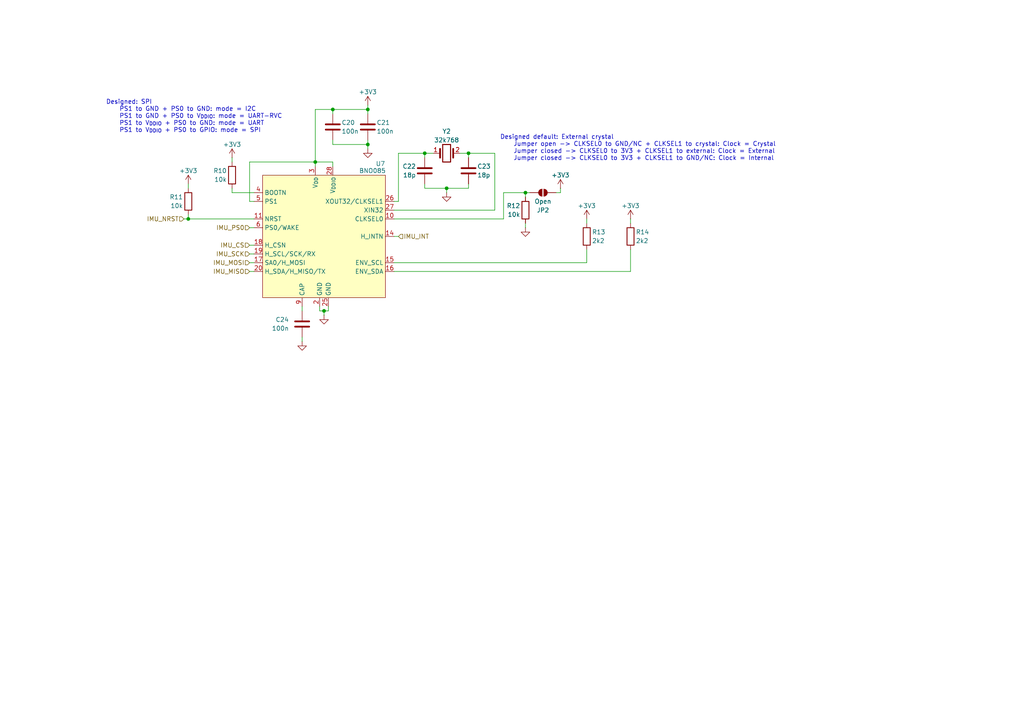
<source format=kicad_sch>
(kicad_sch (version 20231120) (generator "eeschema") (generator_version "8.0")
  (paper "A4")
  (title_block (title "Robotic Hand PCB") (rev "0.1.0") (company "Daniel Jeon"))
  (lib_symbols
    (symbol "Device:C" (pin_numbers hide) (pin_names (offset 0.254))
      (property "Reference" "C" (at 0.635 2.54 0))
      (property "Value" "C" (at 0.635 -2.54 0))
      (symbol "C_0_1"
        (polyline (pts (xy -2.032 -0.762) (xy 2.032 -0.762)) (stroke (width 0.508)))
        (polyline (pts (xy -2.032 0.762) (xy 2.032 0.762)) (stroke (width 0.508)))
      )
      (symbol "C_1_1"
        (pin passive line (at 0 3.81 270) (length 2.794) (name "~") (number "1"))
        (pin passive line (at 0 -3.81 90) (length 2.794) (name "~") (number "2"))
      )
    )
    (symbol "Device:R" (pin_numbers hide) (pin_names (offset 0))
      (property "Reference" "R" (at 2.032 0 90))
      (property "Value" "R" (at 0 0 90))
      (symbol "R_0_1"
        (rectangle (start -1.016 -2.54) (end 1.016 2.54) (stroke (width 0.254)))
      )
      (symbol "R_1_1"
        (pin passive line (at 0 3.81 270) (length 1.27) (name "~") (number "1"))
        (pin passive line (at 0 -3.81 90) (length 1.27) (name "~") (number "2"))
      )
    )
    (symbol "Jumper:SolderJumper_2_Open" (pin_numbers hide) (pin_names (offset 0) hide) (exclude_from_sim yes) (in_bom no)
      (property "Reference" "JP" (at 0 2.032 0))
      (property "Value" "SolderJumper_2_Open" (at 0 -2.54 0))
      (symbol "SolderJumper_2_Open_0_1"
        (arc (start -0.254 1.016) (mid -1.2656 0) (end -0.254 -1.016))
        (arc (start -0.254 1.016) (mid -1.2656 0) (end -0.254 -1.016) (fill (type outline)))
        (polyline (pts (xy -0.254 1.016) (xy -0.254 -1.016)))
        (polyline (pts (xy 0.254 1.016) (xy 0.254 -1.016)))
        (arc (start 0.254 -1.016) (mid 1.2656 0) (end 0.254 1.016))
        (arc (start 0.254 -1.016) (mid 1.2656 0) (end 0.254 1.016) (fill (type outline)))
      )
      (symbol "SolderJumper_2_Open_1_1"
        (pin passive line (at -3.81 0 0) (length 2.54) (name "A") (number "1"))
        (pin passive line (at 3.81 0 180) (length 2.54) (name "B") (number "2"))
      )
    )
    (symbol "ceva:bno085" (exclude_from_sim yes)
      (property "Reference" "U" (at 16.51 19.05 0))
      (symbol "bno085_1_0"
        (pin input line (at 20.32 5.08 180) (length 2.54) (name "CLKSEL0") (number "10"))
        (pin input line (at -20.32 5.08 0) (length 2.54) (name "NRST") (number "11"))
        (pin no_connect line (at 7.62 -20.32 90) (length 2.54) hide (name "RESV_NC") (number "12"))
        (pin no_connect line (at 8.89 -20.32 90) (length 2.54) hide (name "RESV_NC") (number "13"))
        (pin output line (at 20.32 0 180) (length 2.54) (name "H_INTN") (number "14"))
        (pin bidirectional line (at 20.32 -7.62 180) (length 2.54) (name "ENV_SCL") (number "15"))
        (pin bidirectional line (at 20.32 -10.16 180) (length 2.54) (name "ENV_SDA") (number "16"))
        (pin input line (at -20.32 -7.62 0) (length 2.54) (name "SA0/H_MOSI") (number "17"))
        (pin input line (at -20.32 -2.54 0) (length 2.54) (name "H_CSN") (number "18"))
        (pin bidirectional line (at -20.32 -5.08 0) (length 2.54) (name "H_SCL/SCK/RX") (number "19"))
        (pin bidirectional line (at -20.32 -10.16 0) (length 2.54) (name "H_SDA/H_MISO/TX") (number "20"))
        (pin no_connect line (at 10.16 -20.32 90) (length 2.54) hide (name "RESV_NC") (number "21"))
        (pin no_connect line (at 11.43 -20.32 90) (length 2.54) hide (name "RESV_NC") (number "22"))
        (pin no_connect line (at 12.7 -20.32 90) (length 2.54) hide (name "RESV_NC") (number "23"))
        (pin no_connect line (at 13.97 -20.32 90) (length 2.54) hide (name "RESV_NC") (number "24"))
        (pin power_in line (at 1.27 -20.32 90) (length 2.54) (name "GND") (number "25"))
        (pin output line (at 20.32 10.16 180) (length 2.54) (name "XOUT32/CLKSEL1") (number "26"))
        (pin input line (at 20.32 7.62 180) (length 2.54) (name "XIN32") (number "27"))
        (pin power_in line (at 2.54 20.32 270) (length 2.54) (name "V_{DDIO}") (number "28"))
        (pin passive line (at -6.35 -20.32 90) (length 2.54) (name "CAP") (number "9"))
      )
      (symbol "bno085_1_1"
        (rectangle (start -17.78 17.78) (end 17.78 -17.78) (fill (type background)))
        (pin no_connect line (at 3.81 -20.32 90) (length 2.54) hide (name "RESV_NC") (number "1"))
        (pin power_in line (at -1.27 -20.32 90) (length 2.54) (name "GND") (number "2"))
        (pin power_in line (at -2.54 20.32 270) (length 2.54) (name "V_{DD}") (number "3"))
        (pin input line (at -20.32 12.7 0) (length 2.54) (name "BOOTN") (number "4"))
        (pin input line (at -20.32 10.16 0) (length 2.54) (name "PS1") (number "5"))
        (pin input line (at -20.32 2.54 0) (length 2.54) (name "PS0/WAKE") (number "6"))
        (pin no_connect line (at 5.08 -20.32 90) (length 2.54) hide (name "RESV_NC") (number "7"))
        (pin no_connect line (at 6.35 -20.32 90) (length 2.54) hide (name "RESV_NC") (number "8"))
      )
    )
    (symbol "common:ecs-_327-12_5-34r-c-tr_32k768hz"
      (property "Reference" "Y" (at 0 6.35 0))
      (property "Value" "32k768" (at 0 3.81 0))
      (symbol "ecs-_327-12_5-34r-c-tr_32k768hz_0_1"
        (rectangle (start -1.143 2.54) (end 1.143 -2.54) (stroke (width 0.3048)))
        (polyline (pts (xy -2.54 0) (xy -1.905 0)))
        (polyline (pts (xy -1.905 -1.27) (xy -1.905 1.27)) (stroke (width 0.508)))
        (polyline (pts (xy 1.905 -1.27) (xy 1.905 1.27)) (stroke (width 0.508)))
        (polyline (pts (xy 2.54 0) (xy 1.905 0)))
      )
      (symbol "ecs-_327-12_5-34r-c-tr_32k768hz_1_0"
        (pin passive line (at -3.81 0 0) (length 1.27) (name "") (number "1"))
        (pin passive line (at 3.81 0 180) (length 1.27) (name "") (number "2"))
      )
    )
    (symbol "power:+3V3" (power) (pin_numbers hide) (pin_names (offset 0) hide)
      (property "Value" "+3V3" (at 0 3.556 0))
      (symbol "+3V3_0_1"
        (polyline (pts (xy -0.762 1.27) (xy 0 2.54)))
        (polyline (pts (xy 0 0) (xy 0 2.54)))
        (polyline (pts (xy 0 2.54) (xy 0.762 1.27)))
      )
      (symbol "+3V3_1_1"
        (pin power_in line (at 0 0 90) (length 0) (name "~") (number "1"))
      )
    )
    (symbol "power:GND" (power) (pin_numbers hide) (pin_names (offset 0) hide)
      (property "Value" "GND" (at 0 -3.81 0))
      (symbol "GND_0_1"
        (polyline (pts (xy 0 0) (xy 0 -1.27) (xy 1.27 -1.27) (xy 0 -2.54) (xy -1.27 -1.27) (xy 0 -1.27)))
      )
      (symbol "GND_1_1"
        (pin power_in line (at 0 0 270) (length 0) (name "~") (number "1"))
      )
    )
  )
  (junction (at 96.52 31.75))
  (junction (at 129.54 54.61))
  (junction (at 123.19 44.45))
  (junction (at 91.44 46.99))
  (junction (at 54.61 63.5))
  (junction (at 106.68 41.91))
  (junction (at 93.98 90.17))
  (junction (at 135.89 44.45))
  (junction (at 106.68 31.75))
  (junction (at 152.4 55.88))
  (wire (pts (xy 170.18 72.39) (xy 170.18 76.2)))
  (wire (pts (xy 96.52 31.75) (xy 106.68 31.75)))
  (wire (pts (xy 115.57 68.58) (xy 114.3 68.58)))
  (wire (pts (xy 106.68 31.75) (xy 106.68 33.02)))
  (wire (pts (xy 152.4 66.04) (xy 152.4 64.77)))
  (wire (pts (xy 95.25 90.17) (xy 95.25 88.9)))
  (wire (pts (xy 135.89 44.45) (xy 133.35 44.45)))
  (wire (pts (xy 67.31 45.72) (xy 67.31 46.99)))
  (wire (pts (xy 91.44 48.26) (xy 91.44 46.99)))
  (wire (pts (xy 54.61 62.23) (xy 54.61 63.5)))
  (wire (pts (xy 143.51 60.96) (xy 143.51 44.45)))
  (wire (pts (xy 72.39 73.66) (xy 73.66 73.66)))
  (wire (pts (xy 106.68 30.48) (xy 106.68 31.75)))
  (wire (pts (xy 54.61 53.34) (xy 54.61 54.61)))
  (wire (pts (xy 146.05 55.88) (xy 146.05 63.5)))
  (wire (pts (xy 106.68 41.91) (xy 106.68 43.18)))
  (wire (pts (xy 123.19 53.34) (xy 123.19 54.61)))
  (wire (pts (xy 114.3 78.74) (xy 182.88 78.74)))
  (wire (pts (xy 143.51 44.45) (xy 135.89 44.45)))
  (wire (pts (xy 92.71 90.17) (xy 92.71 88.9)))
  (wire (pts (xy 123.19 44.45) (xy 123.19 45.72)))
  (wire (pts (xy 67.31 55.88) (xy 67.31 54.61)))
  (wire (pts (xy 73.66 58.42) (xy 72.39 58.42)))
  (wire (pts (xy 170.18 76.2) (xy 114.3 76.2)))
  (wire (pts (xy 73.66 55.88) (xy 67.31 55.88)))
  (wire (pts (xy 95.25 90.17) (xy 93.98 90.17)))
  (wire (pts (xy 135.89 53.34) (xy 135.89 54.61)))
  (wire (pts (xy 161.29 55.88) (xy 162.56 55.88)))
  (wire (pts (xy 135.89 44.45) (xy 135.89 45.72)))
  (wire (pts (xy 96.52 46.99) (xy 96.52 48.26)))
  (wire (pts (xy 129.54 54.61) (xy 129.54 55.88)))
  (wire (pts (xy 115.57 58.42) (xy 115.57 44.45)))
  (wire (pts (xy 92.71 90.17) (xy 93.98 90.17)))
  (wire (pts (xy 87.63 90.17) (xy 87.63 88.9)))
  (wire (pts (xy 115.57 44.45) (xy 123.19 44.45)))
  (wire (pts (xy 123.19 54.61) (xy 129.54 54.61)))
  (wire (pts (xy 72.39 46.99) (xy 91.44 46.99)))
  (wire (pts (xy 53.34 63.5) (xy 54.61 63.5)))
  (wire (pts (xy 146.05 63.5) (xy 114.3 63.5)))
  (wire (pts (xy 96.52 31.75) (xy 96.52 33.02)))
  (wire (pts (xy 146.05 55.88) (xy 152.4 55.88)))
  (wire (pts (xy 72.39 66.04) (xy 73.66 66.04)))
  (wire (pts (xy 72.39 76.2) (xy 73.66 76.2)))
  (wire (pts (xy 91.44 46.99) (xy 91.44 31.75)))
  (wire (pts (xy 72.39 78.74) (xy 73.66 78.74)))
  (wire (pts (xy 96.52 40.64) (xy 96.52 41.91)))
  (wire (pts (xy 72.39 58.42) (xy 72.39 46.99)))
  (wire (pts (xy 91.44 46.99) (xy 96.52 46.99)))
  (wire (pts (xy 123.19 44.45) (xy 125.73 44.45)))
  (wire (pts (xy 114.3 60.96) (xy 143.51 60.96)))
  (wire (pts (xy 182.88 63.5) (xy 182.88 64.77)))
  (wire (pts (xy 96.52 41.91) (xy 106.68 41.91)))
  (wire (pts (xy 162.56 55.88) (xy 162.56 54.61)))
  (wire (pts (xy 91.44 31.75) (xy 96.52 31.75)))
  (wire (pts (xy 129.54 54.61) (xy 135.89 54.61)))
  (wire (pts (xy 93.98 90.17) (xy 93.98 91.44)))
  (wire (pts (xy 170.18 63.5) (xy 170.18 64.77)))
  (wire (pts (xy 54.61 63.5) (xy 73.66 63.5)))
  (wire (pts (xy 106.68 40.64) (xy 106.68 41.91)))
  (wire (pts (xy 114.3 58.42) (xy 115.57 58.42)))
  (wire (pts (xy 152.4 57.15) (xy 152.4 55.88)))
  (wire (pts (xy 152.4 55.88) (xy 153.67 55.88)))
  (wire (pts (xy 72.39 71.12) (xy 73.66 71.12)))
  (wire (pts (xy 87.63 97.79) (xy 87.63 99.06)))
  (wire (pts (xy 182.88 72.39) (xy 182.88 78.74)))
  (text "Designed: SPI\n    PS1 to GND + PS0 to GND: mode = I2C\n    PS1 to GND + PS0 to V_{DDIO}: mode = UART-RVC\n    PS1 to V_{DDIO} + PS0 to GND: mode = UART\n    PS1 to V_{DDIO} + PS0 to GPIO: mode = SPI" (at 30.734 33.782 0) (effects (font (size 1.27 1.27) (thickness 0.1588)) (justify left)))
  (text "Designed default: External crystal\n    Jumper open -> CLKSEL0 to GND/NC + CLKSEL1 to crystal: Clock = Crystal\n    Jumper closed -> CLKSEL0 to 3V3 + CLKSEL1 to external: Clock = External\n    Jumper closed -> CLKSEL0 to 3V3 + CLKSEL1 to GND/NC: Clock = Internal" (at 145.034 42.926 0) (effects (font (size 1.27 1.27) (thickness 0.1588)) (justify left)))
  (hierarchical_label "IMU_MOSI" (shape input) (at 72.39 76.2 180))
  (hierarchical_label "IMU_CS" (shape input) (at 72.39 71.12 180))
  (hierarchical_label "IMU_INT" (shape input) (at 115.57 68.58 0))
  (hierarchical_label "IMU_MISO" (shape input) (at 72.39 78.74 180))
  (hierarchical_label "IMU_NRST" (shape input) (at 53.34 63.5 180))
  (hierarchical_label "IMU_PS0" (shape input) (at 72.39 66.04 180))
  (hierarchical_label "IMU_SCK" (shape input) (at 72.39 73.66 180))
  (symbol (lib_id "power:+3V3") (at 182.88 63.5 0) (unit 1)
    (property "Reference" "#PWR049" (effects (hide yes)))
    (property "Value" "+3V3" (at 182.88 59.69 0))
    (property "Description" "Power symbol creates a global label with name \"+3V3\"" (effects (hide yes)))
  )
  (symbol (lib_id "Device:C") (at 123.19 49.53 0) (unit 1)
    (property "Reference" "C22" (at 120.65 48.26 0) (effects (justify right)))
    (property "Value" "18p" (at 120.65 50.8 0) (effects (justify right)))
    (property "Footprint" "Capacitor_SMD:C_0402_1005Metric" (effects (hide yes)))
    (property "Description" "Unpolarized capacitor" (effects (hide yes)))
  )
  (symbol (lib_id "Device:R") (at 170.18 68.58 0) (unit 1)
    (property "Reference" "R13" (at 171.704 67.31 0) (effects (justify left)))
    (property "Value" "2k2" (at 171.704 69.85 0) (effects (justify left)))
    (property "Footprint" "Resistor_SMD:R_0603_1608Metric" (effects (hide yes)))
    (property "Description" "Resistor" (effects (hide yes)))
  )
  (symbol (lib_id "power:GND") (at 87.63 99.06 0) (unit 1)
    (property "Reference" "#PWR052" (effects (hide yes)))
    (property "Value" "GND" (effects (hide yes)))
    (property "Description" "Power symbol creates a global label with name \"GND\" , ground" (effects (hide yes)))
  )
  (symbol (lib_id "Device:R") (at 54.61 58.42 0) (mirror y) (unit 1)
    (property "Reference" "R11" (at 53.086 57.15 0) (effects (justify left)))
    (property "Value" "10k" (at 53.086 59.69 0) (effects (justify left)))
    (property "Footprint" "Resistor_SMD:R_0603_1608Metric" (effects (hide yes)))
    (property "Description" "Resistor" (effects (hide yes)))
  )
  (symbol (lib_id "power:+3V3") (at 162.56 54.61 0) (unit 1)
    (property "Reference" "#PWR046" (effects (hide yes)))
    (property "Value" "+3V3" (at 162.56 50.8 0))
    (property "Description" "Power symbol creates a global label with name \"+3V3\"" (effects (hide yes)))
  )
  (symbol (lib_id "power:GND") (at 106.68 43.18 0) (unit 1)
    (property "Reference" "#PWR043" (effects (hide yes)))
    (property "Value" "GND" (effects (hide yes)))
    (property "Description" "Power symbol creates a global label with name \"GND\" , ground" (effects (hide yes)))
  )
  (symbol (lib_id "power:+3V3") (at 67.31 45.72 0) (unit 1)
    (property "Reference" "#PWR044" (effects (hide yes)))
    (property "Value" "+3V3" (at 67.31 41.91 0))
    (property "Description" "Power symbol creates a global label with name \"+3V3\"" (effects (hide yes)))
  )
  (symbol (lib_id "power:GND") (at 93.98 91.44 0) (unit 1)
    (property "Reference" "#PWR051" (effects (hide yes)))
    (property "Value" "GND" (effects (hide yes)))
    (property "Description" "Power symbol creates a global label with name \"GND\" , ground" (effects (hide yes)))
  )
  (symbol (lib_id "Device:C") (at 135.89 49.53 0) (unit 1)
    (property "Reference" "C23" (at 138.43 48.26 0) (effects (justify left)))
    (property "Value" "18p" (at 138.43 50.8 0) (effects (justify left)))
    (property "Footprint" "Capacitor_SMD:C_0402_1005Metric" (effects (hide yes)))
    (property "Description" "Unpolarized capacitor" (effects (hide yes)))
  )
  (symbol (lib_id "Device:R") (at 152.4 60.96 0) (mirror y) (unit 1)
    (property "Reference" "R12" (at 150.876 59.69 0) (effects (justify left)))
    (property "Value" "10k" (at 150.876 62.23 0) (effects (justify left)))
    (property "Footprint" "Resistor_SMD:R_0603_1608Metric" (effects (hide yes)))
    (property "Description" "Resistor" (effects (hide yes)))
  )
  (symbol (lib_id "power:GND") (at 129.54 55.88 0) (unit 1)
    (property "Reference" "#PWR047" (effects (hide yes)))
    (property "Value" "GND" (effects (hide yes)))
    (property "Description" "Power symbol creates a global label with name \"GND\" , ground" (effects (hide yes)))
  )
  (symbol (lib_id "Device:C") (at 106.68 36.83 0) (unit 1)
    (property "Reference" "C21" (at 109.22 35.56 0) (effects (justify left)))
    (property "Value" "100n" (at 109.22 38.1 0) (effects (justify left)))
    (property "Footprint" "Capacitor_SMD:C_0603_1608Metric" (effects (hide yes)))
    (property "Description" "Unpolarized capacitor" (effects (hide yes)))
  )
  (symbol (lib_id "ceva:bno085") (at 93.98 68.58 0) (unit 1)
    (property "Reference" "U7" (at 108.966 47.498 0) (effects (justify left)))
    (property "Value" "BNO085" (at 104.14 49.53 0) (effects (justify left)))
    (property "Footprint" "ceva:bno085" (effects (hide yes)))
    (property "Datasheet" "https://www.ceva-ip.com/wp-content/uploads/2019/10/BNO080_085-Datasheet.pdf" (effects (hide yes)))
    (property "Description" "Accelerometer, Gyroscope, Magnetometer, 9 Axis Sensor I2C, SPI, UART Output" (effects (hide yes)))
    (property "Manufacturer" "CEVA Technologies, Inc." (effects (hide yes)))
    (property "Manufacturer Part Number" "BNO085" (effects (hide yes)))
    (property "Distributor" "DigiKey" (effects (hide yes)))
    (property "Distributor Part Number" "1888-1006-1-ND" (effects (hide yes)))
    (property "Distributor Link" "https://www.digikey.com/en/products/detail/ceva-technologies-inc/BNO085/9445940" (effects (hide yes)))
  )
  (symbol (lib_id "power:+3V3") (at 106.68 30.48 0) (unit 1)
    (property "Reference" "#PWR042" (effects (hide yes)))
    (property "Value" "+3V3" (at 106.68 26.67 0))
    (property "Description" "Power symbol creates a global label with name \"+3V3\"" (effects (hide yes)))
  )
  (symbol (lib_id "power:GND") (at 152.4 66.04 0) (unit 1)
    (property "Reference" "#PWR050" (effects (hide yes)))
    (property "Value" "GND" (effects (hide yes)))
    (property "Description" "Power symbol creates a global label with name \"GND\" , ground" (effects (hide yes)))
  )
  (symbol (lib_id "Device:C") (at 96.52 36.83 0) (unit 1)
    (property "Reference" "C20" (at 99.06 35.56 0) (effects (justify left)))
    (property "Value" "100n" (at 99.06 38.1 0) (effects (justify left)))
    (property "Footprint" "Capacitor_SMD:C_0603_1608Metric" (effects (hide yes)))
    (property "Description" "Unpolarized capacitor" (effects (hide yes)))
  )
  (symbol (lib_id "power:+3V3") (at 170.18 63.5 0) (unit 1)
    (property "Reference" "#PWR048" (effects (hide yes)))
    (property "Value" "+3V3" (at 170.18 59.69 0))
    (property "Description" "Power symbol creates a global label with name \"+3V3\"" (effects (hide yes)))
  )
  (symbol (lib_id "Device:R") (at 67.31 50.8 0) (mirror y) (unit 1)
    (property "Reference" "R10" (at 65.786 49.53 0) (effects (justify left)))
    (property "Value" "10k" (at 65.786 52.07 0) (effects (justify left)))
    (property "Footprint" "Resistor_SMD:R_0603_1608Metric" (effects (hide yes)))
    (property "Description" "Resistor" (effects (hide yes)))
  )
  (symbol (lib_id "common:ecs-_327-12_5-34r-c-tr_32k768hz") (at 129.54 44.45 0) (unit 1)
    (property "Reference" "Y2" (at 129.54 38.1 0))
    (property "Value" "32k768" (at 129.54 40.64 0))
    (property "Footprint" "common:ecs_ecx-34r" (effects (hide yes)))
    (property "Datasheet" "https://ecsxtal.com/store/pdf/ECX_34R.pdf" (effects (hide yes)))
    (property "Description" "32.768 kHz ±10ppm Crystal 12.5pF 50 kOhms 2-SMD, No Lead" (effects (hide yes)))
    (property "Manufacturer" "ECS Inc." (effects (hide yes)))
    (property "Manufacturer Part Number" "ECS-.327-12.5-34R-C-TR" (effects (hide yes)))
    (property "Distributor" "DigiKey" (effects (hide yes)))
    (property "Distributor Part Number" "XC2127CT-ND" (effects (hide yes)))
    (property "Distributor Link" "https://www.digikey.ca/en/products/detail/ecs-inc/ECS-327-12-5-34R-C-TR/5875553?s=N4IgTCBcDaIKIGEDKBaAdAZjAdhQRjDQFYUMAWAJRQRQBUKQBdAXyA" (effects (hide yes)))
  )
  (symbol (lib_id "power:+3V3") (at 54.61 53.34 0) (unit 1)
    (property "Reference" "#PWR045" (effects (hide yes)))
    (property "Value" "+3V3" (at 54.61 49.53 0))
    (property "Description" "Power symbol creates a global label with name \"+3V3\"" (effects (hide yes)))
  )
  (symbol (lib_id "Jumper:SolderJumper_2_Open") (at 157.48 55.88 0) (unit 1) (exclude_from_sim yes) (in_bom no)
    (property "Reference" "JP2" (at 157.48 60.96 0))
    (property "Value" "Open" (at 157.48 58.42 0))
    (property "Footprint" "Jumper:SolderJumper-2_P1.3mm_Open_TrianglePad1.0x1.5mm" (effects (hide yes)))
    (property "Description" "Solder Jumper, 2-pole, open" (effects (hide yes)))
  )
  (symbol (lib_id "Device:R") (at 182.88 68.58 0) (unit 1)
    (property "Reference" "R14" (at 184.404 67.31 0) (effects (justify left)))
    (property "Value" "2k2" (at 184.404 69.85 0) (effects (justify left)))
    (property "Footprint" "Resistor_SMD:R_0603_1608Metric" (effects (hide yes)))
    (property "Description" "Resistor" (effects (hide yes)))
  )
  (symbol (lib_id "Device:C") (at 87.63 93.98 0) (unit 1)
    (property "Reference" "C24" (at 83.82 92.7099 0) (effects (justify right)))
    (property "Value" "100n" (at 83.82 95.2499 0) (effects (justify right)))
    (property "Footprint" "Capacitor_SMD:C_0603_1608Metric" (effects (hide yes)))
    (property "Description" "Unpolarized capacitor" (effects (hide yes)))
  )
)
</source>
